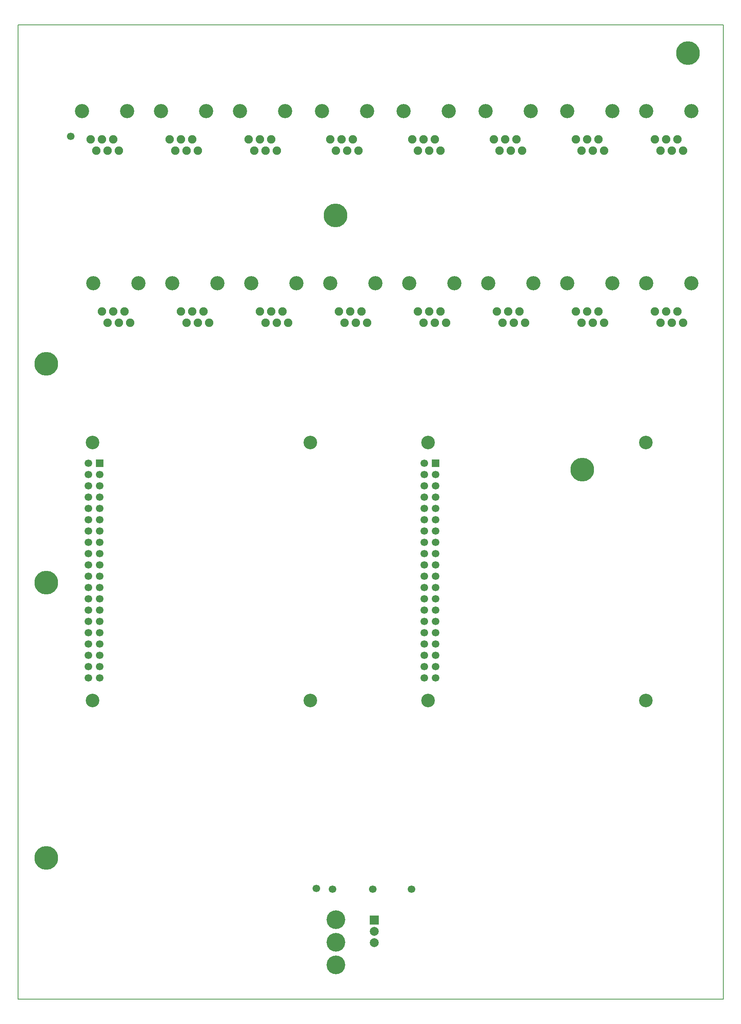
<source format=gbr>
G04 DipTrace 2.4.0.2*
%INbottommask.gbr*%
%MOIN*%
%ADD11C,0.006*%
%ADD25C,0.0669*%
%ADD28C,0.21*%
%ADD29C,0.12*%
%ADD30C,0.126*%
%ADD35C,0.0749*%
%ADD40R,0.0671X0.0671*%
%ADD42C,0.0789*%
%ADD44R,0.0789X0.0789*%
%ADD46C,0.1655*%
%FSLAX44Y44*%
G04*
G70*
G90*
G75*
G01*
%LNBotMask*%
%LPD*%
D28*
X6440Y16440D3*
Y40820D3*
Y60190D3*
X32065Y73310D3*
X63315Y87690D3*
X53940Y50810D3*
D46*
X32127Y6998D3*
Y8998D3*
Y10998D3*
D44*
X35503Y10936D3*
D42*
Y8936D3*
Y9936D3*
D40*
X11188Y51375D3*
D25*
X10188D3*
X11188Y50375D3*
X10188D3*
X11188Y49375D3*
X10188D3*
X11188Y48375D3*
X10188D3*
X11188Y47375D3*
X10188D3*
X11188Y46375D3*
X10188D3*
X11188Y45375D3*
X10188D3*
X11188Y44375D3*
X10188D3*
X11188Y43375D3*
X10188D3*
X11188Y42375D3*
X10188D3*
X11188Y41375D3*
X10188D3*
X11188Y40375D3*
X10188D3*
X11188Y39375D3*
X10188D3*
X11188Y38375D3*
X10188D3*
X11188Y37375D3*
X10188D3*
X11188Y36375D3*
X10188D3*
X11188Y35375D3*
X10188D3*
X11188Y34375D3*
X10188D3*
X11188Y33375D3*
X10188D3*
X11188Y32375D3*
X10188D3*
D29*
X10538Y53225D3*
Y30395D3*
X29838Y53225D3*
Y30395D3*
D40*
X40941Y51378D3*
D25*
X39941D3*
X40941Y50378D3*
X39941D3*
X40941Y49378D3*
X39941D3*
X40941Y48378D3*
X39941D3*
X40941Y47378D3*
X39941D3*
X40941Y46378D3*
X39941D3*
X40941Y45378D3*
X39941D3*
X40941Y44378D3*
X39941D3*
X40941Y43378D3*
X39941D3*
X40941Y42378D3*
X39941D3*
X40941Y41378D3*
X39941D3*
X40941Y40378D3*
X39941D3*
X40941Y39378D3*
X39941D3*
X40941Y38378D3*
X39941D3*
X40941Y37378D3*
X39941D3*
X40941Y36378D3*
X39941D3*
X40941Y35378D3*
X39941D3*
X40941Y34378D3*
X39941D3*
X40941Y33378D3*
X39941D3*
X40941Y32378D3*
X39941D3*
D29*
X40291Y53228D3*
Y30398D3*
X59591Y53228D3*
Y30398D3*
D35*
X62878Y63815D3*
X62378Y64815D3*
X61878Y63815D3*
X61378Y64815D3*
X60878Y63815D3*
X60378Y64815D3*
D30*
X63626Y67315D3*
X59626D3*
D35*
X55878Y63815D3*
X55378Y64815D3*
X54878Y63815D3*
X54378Y64815D3*
X53878Y63815D3*
X53378Y64815D3*
D30*
X56626Y67315D3*
X52626D3*
D35*
X48878Y63815D3*
X48378Y64815D3*
X47878Y63815D3*
X47378Y64815D3*
X46878Y63815D3*
X46378Y64815D3*
D30*
X49626Y67315D3*
X45626D3*
D35*
X41878Y63815D3*
X41378Y64815D3*
X40878Y63815D3*
X40378Y64815D3*
X39878Y63815D3*
X39378Y64815D3*
D30*
X42626Y67315D3*
X38626D3*
D35*
X34878Y63815D3*
X34378Y64815D3*
X33878Y63815D3*
X33378Y64815D3*
X32878Y63815D3*
X32378Y64815D3*
D30*
X35626Y67315D3*
X31626D3*
D35*
X27878Y63815D3*
X27378Y64815D3*
X26878Y63815D3*
X26378Y64815D3*
X25878Y63815D3*
X25378Y64815D3*
D30*
X28626Y67315D3*
X24626D3*
D35*
X20878Y63815D3*
X20378Y64815D3*
X19878Y63815D3*
X19378Y64815D3*
X18878Y63815D3*
X18378Y64815D3*
D30*
X21626Y67315D3*
X17626D3*
D35*
X13878Y63815D3*
X13378Y64815D3*
X12878Y63815D3*
X12378Y64815D3*
X11878Y63815D3*
X11378Y64815D3*
D30*
X14626Y67315D3*
X10626D3*
D35*
X62878Y79065D3*
X62378Y80065D3*
X61878Y79065D3*
X61378Y80065D3*
X60878Y79065D3*
X60378Y80065D3*
D30*
X63626Y82565D3*
X59626D3*
D35*
X55878Y79065D3*
X55378Y80065D3*
X54878Y79065D3*
X54378Y80065D3*
X53878Y79065D3*
X53378Y80065D3*
D30*
X56626Y82565D3*
X52626D3*
D35*
X48628Y79065D3*
X48128Y80065D3*
X47628Y79065D3*
X47128Y80065D3*
X46628Y79065D3*
X46128Y80065D3*
D30*
X49376Y82565D3*
X45376D3*
D35*
X41378Y79065D3*
X40878Y80065D3*
X40378Y79065D3*
X39878Y80065D3*
X39378Y79065D3*
X38878Y80065D3*
D30*
X42126Y82565D3*
X38126D3*
D35*
X34128Y79065D3*
X33628Y80065D3*
X33128Y79065D3*
X32628Y80065D3*
X32128Y79065D3*
X31628Y80065D3*
D30*
X34876Y82565D3*
X30876D3*
D35*
X26878Y79065D3*
X26378Y80065D3*
X25878Y79065D3*
X25378Y80065D3*
X24878Y79065D3*
X24378Y80065D3*
D30*
X27626Y82565D3*
X23626D3*
D35*
X19878Y79065D3*
X19378Y80065D3*
X18878Y79065D3*
X18378Y80065D3*
X17878Y79065D3*
X17378Y80065D3*
D30*
X20626Y82565D3*
X16626D3*
D35*
X12878Y79065D3*
X12378Y80065D3*
X11878Y79065D3*
X11378Y80065D3*
X10878Y79065D3*
X10378Y80065D3*
D30*
X13626Y82565D3*
X9626D3*
D25*
X30377Y13749D3*
X31815Y13686D3*
X35378D3*
X38815D3*
X8625Y80318D3*
%LNBoardOutline*%
X3940Y3940D2*
D11*
X66440D1*
Y90190D1*
X3940D1*
Y3940D1*
M02*

</source>
